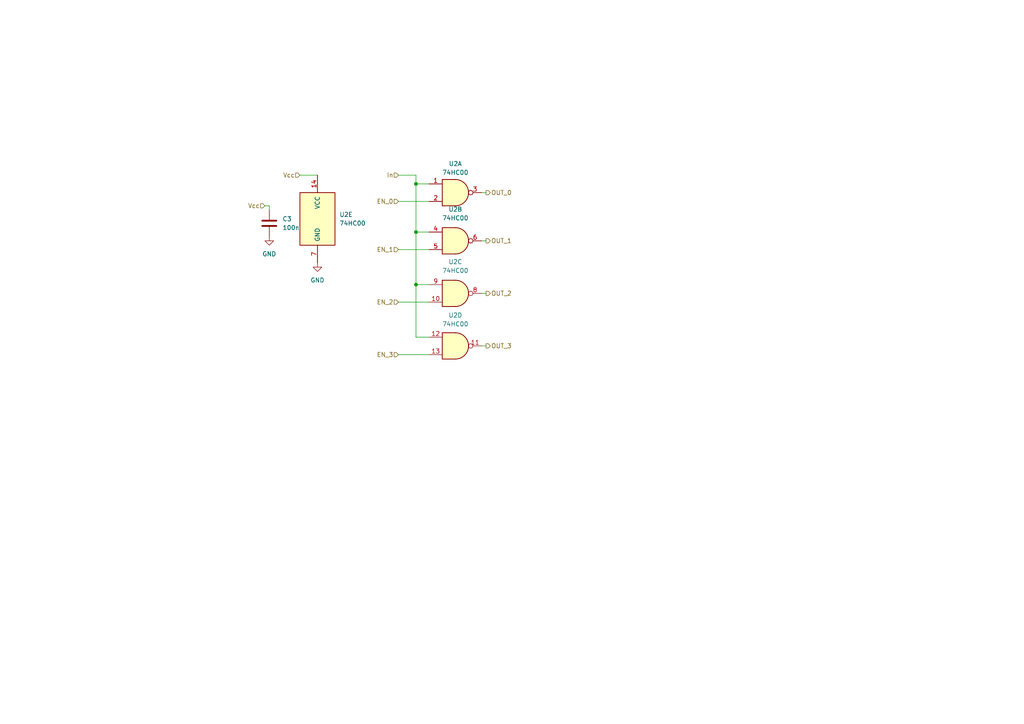
<source format=kicad_sch>
(kicad_sch (version 20230121) (generator eeschema)
  (paper "A4")
  (lib_symbols
    (symbol "74xx:74HC00" (pin_names (offset 1.016))
      (property "Reference" "U" (at 0 1.27 0))
      (property "Value" "74HC00" (at 0 -1.27 0))
      (symbol "74HC00_1_1"
        (arc (start 0 -3.81) (mid 3.7934 0) (end 0 3.81) (stroke (width 0.254)) (fill (type background)))
        (polyline (pts (xy 0 3.81) (xy -3.81 3.81) (xy -3.81 -3.81) (xy 0 -3.81)) (stroke (width 0.254)) (fill (type background)))
        (pin input line (at -7.62 2.54 0) (length 3.81) (name "~") (number "1"))
        (pin input line (at -7.62 -2.54 0) (length 3.81) (name "~") (number "2"))
        (pin output inverted (at 7.62 0 180) (length 3.81) (name "~") (number "3"))
      )
      (symbol "74HC00_1_2"
        (arc (start -3.81 -3.81) (mid -2.589 0) (end -3.81 3.81) (stroke (width 0.254)))
        (arc (start -0.6096 -3.81) (mid 2.1842 -2.5851) (end 3.81 0) (stroke (width 0.254)) (fill (type background)))
        (polyline (pts (xy -3.81 -3.81) (xy -0.635 -3.81)) (stroke (width 0.254)) (fill (type background)))
        (polyline (pts (xy -3.81 3.81) (xy -0.635 3.81)) (stroke (width 0.254)) (fill (type background)))
        (polyline (pts (xy -0.635 3.81) (xy -3.81 3.81) (xy -3.81 3.81) (xy -3.556 3.4036) (xy -3.0226 2.2606) (xy -2.6924 1.0414) (xy -2.6162 -0.254) (xy -2.7686 -1.4986) (xy -3.175 -2.7178) (xy -3.81 -3.81) (xy -3.81 -3.81) (xy -0.635 -3.81)) (stroke (width -25.4)) (fill (type background)))
        (arc (start 3.81 0) (mid 2.1915 2.5936) (end -0.6096 3.81) (stroke (width 0.254)) (fill (type background)))
        (pin input inverted (at -7.62 2.54 0) (length 4.318) (name "~") (number "1"))
        (pin input inverted (at -7.62 -2.54 0) (length 4.318) (name "~") (number "2"))
        (pin output line (at 7.62 0 180) (length 3.81) (name "~") (number "3"))
      )
      (symbol "74HC00_2_1"
        (arc (start 0 -3.81) (mid 3.7934 0) (end 0 3.81) (stroke (width 0.254)) (fill (type background)))
        (polyline (pts (xy 0 3.81) (xy -3.81 3.81) (xy -3.81 -3.81) (xy 0 -3.81)) (stroke (width 0.254)) (fill (type background)))
        (pin input line (at -7.62 2.54 0) (length 3.81) (name "~") (number "4"))
        (pin input line (at -7.62 -2.54 0) (length 3.81) (name "~") (number "5"))
        (pin output inverted (at 7.62 0 180) (length 3.81) (name "~") (number "6"))
      )
      (symbol "74HC00_2_2"
        (arc (start -3.81 -3.81) (mid -2.589 0) (end -3.81 3.81) (stroke (width 0.254)))
        (arc (start -0.6096 -3.81) (mid 2.1842 -2.5851) (end 3.81 0) (stroke (width 0.254)) (fill (type background)))
        (polyline (pts (xy -3.81 -3.81) (xy -0.635 -3.81)) (stroke (width 0.254)) (fill (type background)))
        (polyline (pts (xy -3.81 3.81) (xy -0.635 3.81)) (stroke (width 0.254)) (fill (type background)))
        (polyline (pts (xy -0.635 3.81) (xy -3.81 3.81) (xy -3.81 3.81) (xy -3.556 3.4036) (xy -3.0226 2.2606) (xy -2.6924 1.0414) (xy -2.6162 -0.254) (xy -2.7686 -1.4986) (xy -3.175 -2.7178) (xy -3.81 -3.81) (xy -3.81 -3.81) (xy -0.635 -3.81)) (stroke (width -25.4)) (fill (type background)))
        (arc (start 3.81 0) (mid 2.1915 2.5936) (end -0.6096 3.81) (stroke (width 0.254)) (fill (type background)))
        (pin input inverted (at -7.62 2.54 0) (length 4.318) (name "~") (number "4"))
        (pin input inverted (at -7.62 -2.54 0) (length 4.318) (name "~") (number "5"))
        (pin output line (at 7.62 0 180) (length 3.81) (name "~") (number "6"))
      )
      (symbol "74HC00_3_1"
        (arc (start 0 -3.81) (mid 3.7934 0) (end 0 3.81) (stroke (width 0.254)) (fill (type background)))
        (polyline (pts (xy 0 3.81) (xy -3.81 3.81) (xy -3.81 -3.81) (xy 0 -3.81)) (stroke (width 0.254)) (fill (type background)))
        (pin input line (at -7.62 -2.54 0) (length 3.81) (name "~") (number "10"))
        (pin output inverted (at 7.62 0 180) (length 3.81) (name "~") (number "8"))
        (pin input line (at -7.62 2.54 0) (length 3.81) (name "~") (number "9"))
      )
      (symbol "74HC00_3_2"
        (arc (start -3.81 -3.81) (mid -2.589 0) (end -3.81 3.81) (stroke (width 0.254)))
        (arc (start -0.6096 -3.81) (mid 2.1842 -2.5851) (end 3.81 0) (stroke (width 0.254)) (fill (type background)))
        (polyline (pts (xy -3.81 -3.81) (xy -0.635 -3.81)) (stroke (width 0.254)) (fill (type background)))
        (polyline (pts (xy -3.81 3.81) (xy -0.635 3.81)) (stroke (width 0.254)) (fill (type background)))
        (polyline (pts (xy -0.635 3.81) (xy -3.81 3.81) (xy -3.81 3.81) (xy -3.556 3.4036) (xy -3.0226 2.2606) (xy -2.6924 1.0414) (xy -2.6162 -0.254) (xy -2.7686 -1.4986) (xy -3.175 -2.7178) (xy -3.81 -3.81) (xy -3.81 -3.81) (xy -0.635 -3.81)) (stroke (width -25.4)) (fill (type background)))
        (arc (start 3.81 0) (mid 2.1915 2.5936) (end -0.6096 3.81) (stroke (width 0.254)) (fill (type background)))
        (pin input inverted (at -7.62 -2.54 0) (length 4.318) (name "~") (number "10"))
        (pin output line (at 7.62 0 180) (length 3.81) (name "~") (number "8"))
        (pin input inverted (at -7.62 2.54 0) (length 4.318) (name "~") (number "9"))
      )
      (symbol "74HC00_4_1"
        (arc (start 0 -3.81) (mid 3.7934 0) (end 0 3.81) (stroke (width 0.254)) (fill (type background)))
        (polyline (pts (xy 0 3.81) (xy -3.81 3.81) (xy -3.81 -3.81) (xy 0 -3.81)) (stroke (width 0.254)) (fill (type background)))
        (pin output inverted (at 7.62 0 180) (length 3.81) (name "~") (number "11"))
        (pin input line (at -7.62 2.54 0) (length 3.81) (name "~") (number "12"))
        (pin input line (at -7.62 -2.54 0) (length 3.81) (name "~") (number "13"))
      )
      (symbol "74HC00_4_2"
        (arc (start -3.81 -3.81) (mid -2.589 0) (end -3.81 3.81) (stroke (width 0.254)))
        (arc (start -0.6096 -3.81) (mid 2.1842 -2.5851) (end 3.81 0) (stroke (width 0.254)) (fill (type background)))
        (polyline (pts (xy -3.81 -3.81) (xy -0.635 -3.81)) (stroke (width 0.254)) (fill (type background)))
        (polyline (pts (xy -3.81 3.81) (xy -0.635 3.81)) (stroke (width 0.254)) (fill (type background)))
        (polyline (pts (xy -0.635 3.81) (xy -3.81 3.81) (xy -3.81 3.81) (xy -3.556 3.4036) (xy -3.0226 2.2606) (xy -2.6924 1.0414) (xy -2.6162 -0.254) (xy -2.7686 -1.4986) (xy -3.175 -2.7178) (xy -3.81 -3.81) (xy -3.81 -3.81) (xy -0.635 -3.81)) (stroke (width -25.4)) (fill (type background)))
        (arc (start 3.81 0) (mid 2.1915 2.5936) (end -0.6096 3.81) (stroke (width 0.254)) (fill (type background)))
        (pin output line (at 7.62 0 180) (length 3.81) (name "~") (number "11"))
        (pin input inverted (at -7.62 2.54 0) (length 4.318) (name "~") (number "12"))
        (pin input inverted (at -7.62 -2.54 0) (length 4.318) (name "~") (number "13"))
      )
      (symbol "74HC00_5_0"
        (pin power_in line (at 0 12.7 270) (length 5.08) (name "VCC") (number "14"))
        (pin power_in line (at 0 -12.7 90) (length 5.08) (name "GND") (number "7"))
      )
      (symbol "74HC00_5_1"
        (rectangle (start -5.08 7.62) (end 5.08 -7.62) (stroke (width 0.254)) (fill (type background)))
      )
    )
    (symbol "Device:C" (pin_numbers hide) (pin_names (offset 0.254))
      (property "Reference" "C" (at 0.635 2.54 0))
      (property "Value" "C" (at 0.635 -2.54 0))
      (symbol "C_0_1"
        (polyline (pts (xy -2.032 -0.762) (xy 2.032 -0.762)) (stroke (width 0.508)))
        (polyline (pts (xy -2.032 0.762) (xy 2.032 0.762)) (stroke (width 0.508)))
      )
      (symbol "C_1_1"
        (pin passive line (at 0 3.81 270) (length 2.794) (name "~") (number "1"))
        (pin passive line (at 0 -3.81 90) (length 2.794) (name "~") (number "2"))
      )
    )
    (symbol "power:GND" (power) (pin_names (offset 0))
      (property "Value" "GND" (at 0 -3.81 0))
      (symbol "GND_0_1"
        (polyline (pts (xy 0 0) (xy 0 -1.27) (xy 1.27 -1.27) (xy 0 -2.54) (xy -1.27 -1.27) (xy 0 -1.27)))
      )
      (symbol "GND_1_1"
        (pin power_in line (at 0 0 270) (length 0) hide (name "GND") (number "1"))
      )
    )
  )
  (junction (at 120.65 67.31))
  (junction (at 120.65 82.55))
  (junction (at 120.65 53.34))
  (wire (pts (xy 115.57 87.63) (xy 124.46 87.63)))
  (wire (pts (xy 78.105 59.69) (xy 78.105 60.96)))
  (wire (pts (xy 86.995 50.8) (xy 92.075 50.8)))
  (wire (pts (xy 120.65 67.31) (xy 124.46 67.31)))
  (wire (pts (xy 139.7 69.85) (xy 140.97 69.85)))
  (wire (pts (xy 120.65 50.8) (xy 115.57 50.8)))
  (wire (pts (xy 139.7 85.09) (xy 140.97 85.09)))
  (wire (pts (xy 76.835 59.69) (xy 78.105 59.69)))
  (wire (pts (xy 115.57 58.42) (xy 124.46 58.42)))
  (wire (pts (xy 115.57 102.87) (xy 124.46 102.87)))
  (wire (pts (xy 120.65 53.34) (xy 124.46 53.34)))
  (wire (pts (xy 120.65 82.55) (xy 120.65 67.31)))
  (wire (pts (xy 120.65 67.31) (xy 120.65 53.34)))
  (wire (pts (xy 120.65 97.79) (xy 120.65 82.55)))
  (wire (pts (xy 139.7 55.88) (xy 140.97 55.88)))
  (wire (pts (xy 115.57 72.39) (xy 124.46 72.39)))
  (wire (pts (xy 120.65 97.79) (xy 124.46 97.79)))
  (wire (pts (xy 120.65 82.55) (xy 124.46 82.55)))
  (wire (pts (xy 139.7 100.33) (xy 140.97 100.33)))
  (wire (pts (xy 120.65 53.34) (xy 120.65 50.8)))
  (hierarchical_label "In" (shape input) (at 115.57 50.8 180))
  (hierarchical_label "Vcc" (shape input) (at 86.995 50.8 180))
  (hierarchical_label "Vcc" (shape input) (at 76.835 59.69 180))
  (hierarchical_label "OUT_1" (shape output) (at 140.97 69.85 0))
  (hierarchical_label "EN_0" (shape input) (at 115.57 58.42 180))
  (hierarchical_label "EN_1" (shape input) (at 115.57 72.39 180))
  (hierarchical_label "OUT_3" (shape output) (at 140.97 100.33 0))
  (hierarchical_label "EN_2" (shape input) (at 115.57 87.63 180))
  (hierarchical_label "OUT_2" (shape output) (at 140.97 85.09 0))
  (hierarchical_label "OUT_0" (shape output) (at 140.97 55.88 0))
  (hierarchical_label "EN_3" (shape input) (at 115.57 102.87 180))
  (symbol (lib_id "74xx:74HC00") (at 92.075 63.5 0) (unit 5)
    (property "Reference" "U2" (at 98.425 62.23 0) (effects (justify left)))
    (property "Value" "74HC00" (at 98.425 64.77 0) (effects (justify left)))
    (property "Footprint" "Package_DIP:DIP-14_W7.62mm_LongPads" (effects hide))
    (property "Datasheet" "http://www.ti.com/lit/gpn/sn74hc00" (effects hide))
    (instances (project "Fan-in-fan-out-LED" (path "" (reference "U2") (unit 5)) (path "" (reference "U4") (unit 5)) (path "" (reference "U3") (unit 5))))
  )
  (symbol (lib_id "74xx:74HC00") (at 132.08 85.09 0) (unit 3)
    (property "Reference" "U2" (at 132.0717 75.946 0))
    (property "Value" "74HC00" (at 132.0717 78.486 0))
    (property "Footprint" "Package_DIP:DIP-14_W7.62mm_LongPads" (effects hide))
    (property "Datasheet" "http://www.ti.com/lit/gpn/sn74hc00" (effects hide))
    (instances (project "Fan-in-fan-out-LED" (path "" (reference "U2") (unit 3)) (path "" (reference "U4") (unit 3)) (path "" (reference "U3") (unit 3))))
  )
  (symbol (lib_id "power:GND") (at 92.075 76.2 0) (unit 1)
    (property "Reference" "#PWR027" (effects hide))
    (property "Value" "GND" (at 92.075 81.28 0))
    (instances (project "Fan-in-fan-out-LED" (path "" (reference "#PWR027") (unit 1)) (path "" (reference "#PWR029") (unit 1)) (path "" (reference "#PWR031") (unit 1))))
  )
  (symbol (lib_id "Device:C") (at 78.105 64.77 0) (unit 1)
    (property "Reference" "C3" (at 81.915 63.5 0) (effects (justify left)))
    (property "Value" "100n" (at 81.915 66.04 0) (effects (justify left)))
    (property "Footprint" "Capacitor_SMD:C_0805_2012Metric_Pad1.18x1.45mm_HandSolder" (effects hide))
    (instances (project "Fan-in-fan-out-LED" (path "" (reference "C3") (unit 1)) (path "" (reference "C5") (unit 1)) (path "" (reference "C4") (unit 1))))
  )
  (symbol (lib_id "74xx:74HC00") (at 132.08 100.33 0) (unit 4)
    (property "Reference" "U2" (at 132.0717 91.44 0))
    (property "Value" "74HC00" (at 132.0717 93.98 0))
    (property "Footprint" "Package_DIP:DIP-14_W7.62mm_LongPads" (effects hide))
    (property "Datasheet" "http://www.ti.com/lit/gpn/sn74hc00" (effects hide))
    (instances (project "Fan-in-fan-out-LED" (path "" (reference "U2") (unit 4)) (path "" (reference "U4") (unit 4)) (path "" (reference "U3") (unit 4))))
  )
  (symbol (lib_id "74xx:74HC00") (at 132.08 55.88 0) (unit 1)
    (property "Reference" "U2" (at 132.0717 47.498 0))
    (property "Value" "74HC00" (at 132.0717 50.038 0))
    (property "Footprint" "Package_DIP:DIP-14_W7.62mm_LongPads" (effects hide))
    (property "Datasheet" "http://www.ti.com/lit/gpn/sn74hc00" (effects hide))
    (instances (project "Fan-in-fan-out-LED" (path "" (reference "U2") (unit 1)) (path "" (reference "U4") (unit 1)) (path "" (reference "U3") (unit 1))))
  )
  (symbol (lib_id "74xx:74HC00") (at 132.08 69.85 0) (unit 2)
    (property "Reference" "U2" (at 132.0717 60.706 0))
    (property "Value" "74HC00" (at 132.0717 63.246 0))
    (property "Footprint" "Package_DIP:DIP-14_W7.62mm_LongPads" (effects hide))
    (property "Datasheet" "http://www.ti.com/lit/gpn/sn74hc00" (effects hide))
    (instances (project "Fan-in-fan-out-LED" (path "" (reference "U2") (unit 2)) (path "" (reference "U4") (unit 2)) (path "" (reference "U3") (unit 2))))
  )
  (symbol (lib_id "power:GND") (at 78.105 68.58 0) (unit 1)
    (property "Reference" "#PWR026" (effects hide))
    (property "Value" "GND" (at 78.105 73.66 0))
    (instances (project "Fan-in-fan-out-LED" (path "" (reference "#PWR026") (unit 1)) (path "" (reference "#PWR028") (unit 1)) (path "" (reference "#PWR030") (unit 1))))
  )
)
</source>
